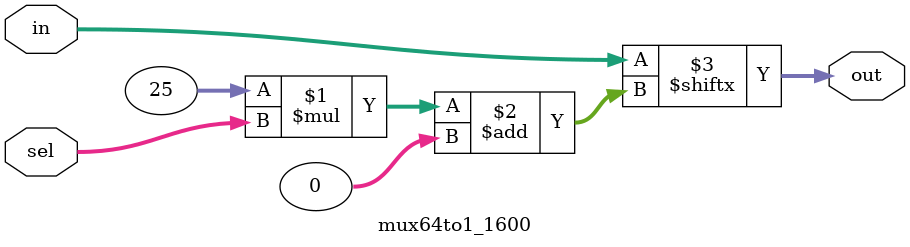
<source format=v>
module mux64to1_1600(input [1599:0] in, input [5:0] sel, output [24:0] out);
	assign out = in[25*sel +: 25];
endmodule

</source>
